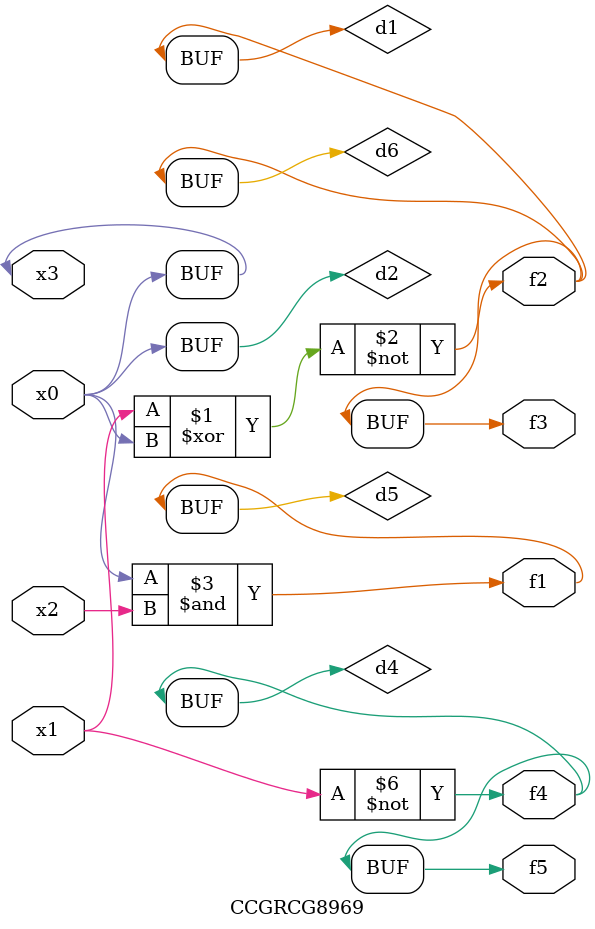
<source format=v>
module CCGRCG8969(
	input x0, x1, x2, x3,
	output f1, f2, f3, f4, f5
);

	wire d1, d2, d3, d4, d5, d6;

	xnor (d1, x1, x3);
	buf (d2, x0, x3);
	nand (d3, x0, x2);
	not (d4, x1);
	nand (d5, d3);
	or (d6, d1);
	assign f1 = d5;
	assign f2 = d6;
	assign f3 = d6;
	assign f4 = d4;
	assign f5 = d4;
endmodule

</source>
